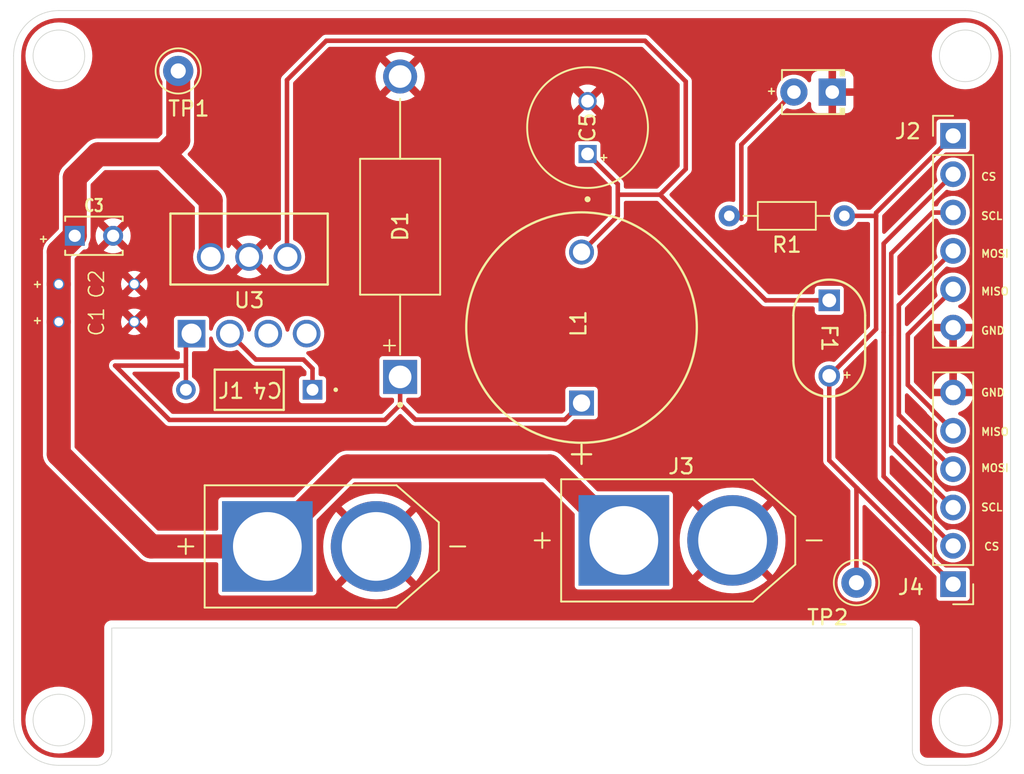
<source format=kicad_pcb>
(kicad_pcb (version 20240108) (generator "pcbnew") (generator_version "8.0")
  (layers (0 "F.Cu" signal) (31 "B.Cu" signal) (34 "B.Paste" user) (35 "F.Paste" user) (36 "B.SilkS" user "B.Silkscreen") (37 "F.SilkS" user "F.Silkscreen") (38 "B.Mask" user) (39 "F.Mask" user) (44 "Edge.Cuts" user))
  (net 0 "")
  (net 1 "GND_POWER")
  (net 2 "Net-(U3-BOOST)")
  (net 3 "Net-(U3-FB)")
  (net 6 "Net-(J1-POS)")
  (net 7 "/CS")
  (net 8 "Net-(U3-SW)")
  (net 9 "/SCL")
  (net 10 "/MISO")
  (net 11 "/MOSI")
  (net 12 "/VCC")
  (net 13 "Net-(D2-A)")
  (footprint "TestPoint:TestPoint_Loop_D2.50mm_Drill1.0mm_LowProfile" (layer "F.Cu") (at 161.9 101)
    (property "Reference" "TP1" (at 0.7 2.5 0) (layer "F.SilkS"))
    (property "Value" "TestPoint")
    (fp_circle (center 0 0) (end 1.5 0) (stroke (width 0.12)) (fill none) (layer "F.SilkS"))
    (pad "1" thru_hole circle (at 0 0) (size 2 2) (drill 1) (layers "*.Cu" "*.Mask") (net 6 "Net-(J1-POS)"))
  )
  (footprint "33µH Inductor Inductor:IND_SBC8-330-452_KEM" (layer "F.Cu") (at 188.6 123 90)
    (property "Reference" "L1" (at 5.265 -0.2 90) (layer "F.SilkS"))
    (property "Value" "33µH")
    (fp_line (start -3.3947 -0.635) (end -3.3947 0.635) (stroke (width 0.1524)) (layer "F.SilkS"))
    (fp_line (start -4.0297 0) (end -2.7597 0) (stroke (width 0.1524)) (layer "F.SilkS"))
    (fp_circle (center 5 0) (end 12.6327 0) (stroke (width 0.1524)) (fill none) (layer "F.SilkS"))
    (pad "1" thru_hole rect (at 0 0 90) (size 1.651 1.651) (drill 1.143) (layers "*.Cu" "*.Mask") (net 8 "Net-(U3-SW)"))
    (pad "2" thru_hole circle (at 10 0 90) (size 1.651 1.651) (drill 1.143) (layers "*.Cu" "*.Mask") (net 3 "Net-(U3-FB)"))
  )
  (footprint "Polyfuse 3A:FUSE_CMF-RL50A-0_BRN" (layer "F.Cu") (at 205 118.6981 -90)
    (property "Reference" "F1" (at 0 0 -90) (layer "F.SilkS"))
    (property "Value" "Fuse (3A)")
    (fp_line (start -1.4986 2.3749) (end 1.4986 2.3749) (stroke (width 0.1524)) (layer "F.SilkS"))
    (fp_line (start -1.4986 -2.3749) (end 1.4986 -2.3749) (stroke (width 0.1524)) (layer "F.SilkS"))
    (fp_arc (start -1.4986 2.3749) (mid -3.8735 0) (end -1.4986 -2.3749) (stroke (width 0.1524)) (layer "F.SilkS"))
    (fp_arc (start 3.8735 0) (mid 3.177908 1.679308) (end 1.4986 2.3749) (stroke (width 0.1524)) (layer "F.SilkS"))
    (fp_arc (start 1.4986 -2.3749) (mid 3.177908 -1.679308) (end 3.8735 0) (stroke (width 0.1524)) (layer "F.SilkS"))
    (pad "1" thru_hole rect (at -2.5019 0 270) (size 1.4224 1.4224) (drill 0.9144) (layers "*.Cu" "*.Mask") (net 3 "Net-(U3-FB)"))
    (pad "2" thru_hole circle (at 2.5019 0 270) (size 1.4224 1.4224) (drill 0.9144) (layers "*.Cu" "*.Mask") (net 12 "/VCC"))
  )
  (footprint "Connector_PinHeader_2.54mm:PinHeader_1x06_P2.54mm_Vertical" (layer "F.Cu") (at 213.2 105.3)
    (property "Reference" "J2" (at -3 -0.3 0) (layer "F.SilkS"))
    (property "Value" "~" (hide yes))
    (property "VALUE" "61300611121" (hide yes))
    (fp_line (start -1.33 -1.33) (end 0 -1.33) (stroke (width 0.12)) (layer "F.SilkS"))
    (fp_line (start -1.33 0) (end -1.33 -1.33) (stroke (width 0.12)) (layer "F.SilkS"))
    (fp_line (start -1.33 1.27) (end -1.33 14.03) (stroke (width 0.12)) (layer "F.SilkS"))
    (fp_line (start -1.33 1.27) (end 1.33 1.27) (stroke (width 0.12)) (layer "F.SilkS"))
    (fp_line (start -1.33 14.03) (end 1.33 14.03) (stroke (width 0.12)) (layer "F.SilkS"))
    (fp_line (start 1.33 1.27) (end 1.33 14.03) (stroke (width 0.12)) (layer "F.SilkS"))
    (pad "1" thru_hole rect (at 0 0) (size 1.7 1.7) (drill 1) (layers "*.Cu" "*.Mask") (net 12 "/VCC"))
    (pad "2" thru_hole oval (at 0 2.54) (size 1.7 1.7) (drill 1) (layers "*.Cu" "*.Mask") (net 7 "/CS"))
    (pad "3" thru_hole oval (at 0 5.08) (size 1.7 1.7) (drill 1) (layers "*.Cu" "*.Mask") (net 9 "/SCL"))
    (pad "4" thru_hole oval (at 0 7.62) (size 1.7 1.7) (drill 1) (layers "*.Cu" "*.Mask") (net 11 "/MOSI"))
    (pad "5" thru_hole oval (at 0 10.16) (size 1.7 1.7) (drill 1) (layers "*.Cu" "*.Mask") (net 10 "/MISO"))
    (pad "6" thru_hole oval (at 0 12.7) (size 1.7 1.7) (drill 1) (layers "*.Cu" "*.Mask") (net 1 "GND_POWER"))
  )
  (footprint "Connector_PinHeader_2.54mm:PinHeader_1x06_P2.54mm_Vertical" (layer "F.Cu") (at 213.2 135 180)
    (property "Reference" "J4" (at 2.8 -0.2 0) (layer "F.SilkS"))
    (property "Value" "~" (hide yes))
    (property "VALUE" "61300611121" (hide yes))
    (fp_line (start 1.33 1.27) (end 1.33 14.03) (stroke (width 0.12)) (layer "F.SilkS"))
    (fp_line (start -1.33 14.03) (end 1.33 14.03) (stroke (width 0.12)) (layer "F.SilkS"))
    (fp_line (start -1.33 1.27) (end 1.33 1.27) (stroke (width 0.12)) (layer "F.SilkS"))
    (fp_line (start -1.33 1.27) (end -1.33 14.03) (stroke (width 0.12)) (layer "F.SilkS"))
    (fp_line (start -1.33 0) (end -1.33 -1.33) (stroke (width 0.12)) (layer "F.SilkS"))
    (fp_line (start -1.33 -1.33) (end 0 -1.33) (stroke (width 0.12)) (layer "F.SilkS"))
    (pad "1" thru_hole rect (at 0 0 180) (size 1.7 1.7) (drill 1) (layers "*.Cu" "*.Mask") (net 12 "/VCC"))
    (pad "2" thru_hole oval (at 0 2.54 180) (size 1.7 1.7) (drill 1) (layers "*.Cu" "*.Mask") (net 7 "/CS"))
    (pad "3" thru_hole oval (at 0 5.08 180) (size 1.7 1.7) (drill 1) (layers "*.Cu" "*.Mask") (net 9 "/SCL"))
    (pad "4" thru_hole oval (at 0 7.62 180) (size 1.7 1.7) (drill 1) (layers "*.Cu" "*.Mask") (net 11 "/MOSI"))
    (pad "5" thru_hole oval (at 0 10.16 180) (size 1.7 1.7) (drill 1) (layers "*.Cu" "*.Mask") (net 10 "/MISO"))
    (pad "6" thru_hole oval (at 0 12.7 180) (size 1.7 1.7) (drill 1) (layers "*.Cu" "*.Mask") (net 1 "GND_POWER"))
  )
  (footprint "XT60-M:AMASS_XT60-M" (layer "F.Cu") (at 171.4 132.5)
    (property "Reference" "J1" (at -6 -10.3 0) (layer "F.SilkS"))
    (property "Value" "XT60-M")
    (fp_line (start -9.5 0) (end -8.5 0) (stroke (width 0.127)) (layer "F.SilkS"))
    (fp_line (start -9 -0.5) (end -9 0.5) (stroke (width 0.127)) (layer "F.SilkS"))
    (fp_line (start -7.75 -4.05) (end 4.95 -4.05) (stroke (width 0.127)) (layer "F.SilkS"))
    (fp_line (start -7.75 4.05) (end -7.75 -4.05) (stroke (width 0.127)) (layer "F.SilkS"))
    (fp_line (start 4.95 -4.05) (end 7.75 -1.6) (stroke (width 0.127)) (layer "F.SilkS"))
    (fp_line (start 4.95 4.05) (end -7.75 4.05) (stroke (width 0.127)) (layer "F.SilkS"))
    (fp_line (start 7.75 -1.6) (end 7.75 1.6) (stroke (width 0.127)) (layer "F.SilkS"))
    (fp_line (start 7.75 1.6) (end 4.95 4.05) (stroke (width 0.127)) (layer "F.SilkS"))
    (fp_line (start 8.5 0) (end 9.5 0) (stroke (width 0.127)) (layer "F.SilkS"))
    (pad "N" thru_hole circle (at 3.6 0) (size 6 6) (drill 4.55) (layers "*.Cu" "*.Mask") (net 1 "GND_POWER"))
    (pad "P" thru_hole rect (at -3.6 0) (size 6 6) (drill 4.55) (layers "*.Cu" "*.Mask") (net 6 "Net-(J1-POS)"))
  )
  (footprint "XT60-M:AMASS_XT60-M" (layer "F.Cu") (at 195 132.1)
    (property "Reference" "J3" (at 0.2 -4.9 0) (layer "F.SilkS"))
    (property "Value" "XT60-M")
    (fp_line (start -9.5 0) (end -8.5 0) (stroke (width 0.127)) (layer "F.SilkS"))
    (fp_line (start -9 -0.5) (end -9 0.5) (stroke (width 0.127)) (layer "F.SilkS"))
    (fp_line (start -7.75 -4.05) (end 4.95 -4.05) (stroke (width 0.127)) (layer "F.SilkS"))
    (fp_line (start -7.75 4.05) (end -7.75 -4.05) (stroke (width 0.127)) (layer "F.SilkS"))
    (fp_line (start 4.95 -4.05) (end 7.75 -1.6) (stroke (width 0.127)) (layer "F.SilkS"))
    (fp_line (start 4.95 4.05) (end -7.75 4.05) (stroke (width 0.127)) (layer "F.SilkS"))
    (fp_line (start 7.75 -1.6) (end 7.75 1.6) (stroke (width 0.127)) (layer "F.SilkS"))
    (fp_line (start 7.75 1.6) (end 4.95 4.05) (stroke (width 0.127)) (layer "F.SilkS"))
    (fp_line (start 8.5 0) (end 9.5 0) (stroke (width 0.127)) (layer "F.SilkS"))
    (pad "N" thru_hole circle (at 3.6 0) (size 6 6) (drill 4.55) (layers "*.Cu" "*.Mask") (net 1 "GND_POWER"))
    (pad "P" thru_hole rect (at -3.6 0) (size 6 6) (drill 4.55) (layers "*.Cu" "*.Mask") (net 6 "Net-(J1-POS)"))
  )
  (footprint "Resistor_THT:R_Axial_DIN0204_L3.6mm_D1.6mm_P7.62mm_Horizontal" (layer "F.Cu") (at 206 110.6 180)
    (property "Reference" "R1" (at 3.81 -1.92 0) (layer "F.SilkS"))
    (property "Value" "R")
    (fp_line (start 6.68 0) (end 5.73 0) (stroke (width 0.12)) (layer "F.SilkS"))
    (fp_line (start 5.73 0.92) (end 5.73 -0.92) (stroke (width 0.12)) (layer "F.SilkS"))
    (fp_line (start 5.73 -0.92) (end 1.89 -0.92) (stroke (width 0.12)) (layer "F.SilkS"))
    (fp_line (start 1.89 0.92) (end 5.73 0.92) (stroke (width 0.12)) (layer "F.SilkS"))
    (fp_line (start 1.89 -0.92) (end 1.89 0.92) (stroke (width 0.12)) (layer "F.SilkS"))
    (fp_line (start 0.94 0) (end 1.89 0) (stroke (width 0.12)) (layer "F.SilkS"))
    (pad "1" thru_hole circle (at 0 0 180) (size 1.4 1.4) (drill 0.7) (layers "*.Cu" "*.Mask") (net 12 "/VCC"))
    (pad "2" thru_hole oval (at 7.62 0 180) (size 1.4 1.4) (drill 0.7) (layers "*.Cu" "*.Mask") (net 13 "Net-(D2-A)"))
  )
  (footprint "TestPoint:TestPoint_Loop_D2.50mm_Drill1.0mm_LowProfile" (layer "F.Cu") (at 206.8 134.9)
    (property "Reference" "TP2" (at -1.9 2.3 0) (layer "F.SilkS"))
    (property "Value" "TestPoint")
    (fp_circle (center 0 0) (end 1.5 0) (stroke (width 0.12)) (fill none) (layer "F.SilkS"))
    (pad "1" thru_hole circle (at 0 0) (size 2 2) (drill 1) (layers "*.Cu" "*.Mask") (net 12 "/VCC"))
  )
  (footprint "power_distribution_board:PCB capacitor 15uF" (layer "F.Cu") (at 156.49 115.12 -90)
    (property "Reference" "C2" (at 0 0 90) (layer "F.SilkS") (effects (font (thickness 0.1))))
    (property "Value" "15µF")
    (pad "1" thru_hole circle (at 0 2.5 270) (size 0.75 0.75) (drill 0.57) (layers "*.Cu" "*.Mask") (net 6 "Net-(J1-POS)"))
    (pad "2" thru_hole circle (at 0 -2.5 270) (size 0.75 0.75) (drill 0.57) (layers "*.Cu" "*.Mask") (net 1 "GND_POWER"))
  )
  (footprint "180uF Capacitor:CAPPRD350W60D800H1200" (layer "F.Cu") (at 189 104.75 90)
    (property "Reference" "C5" (at 0 0 90) (layer "F.SilkS"))
    (property "Value" "180µF/16V")
    (fp_circle (center 0 0) (end 4 0) (stroke (width 0.127)) (fill none) (layer "F.SilkS"))
    (fp_circle (center -4.75 0) (end -4.65 0) (stroke (width 0.2)) (fill none) (layer "F.SilkS"))
    (pad "1" thru_hole rect (at -1.75 0 90) (size 1.2 1.2) (drill 0.85) (layers "*.Cu" "*.Mask") (net 3 "Net-(U3-FB)"))
    (pad "2" thru_hole circle (at 1.75 0 90) (size 1.2 1.2) (drill 0.85) (layers "*.Cu" "*.Mask") (net 1 "GND_POWER"))
  )
  (footprint "power_distribution_board:PCB capacitor 15uF" (layer "F.Cu") (at 156.49 117.62 -90)
    (property "Reference" "C1" (at 0 0 90) (layer "F.SilkS") (effects (font (thickness 0.1))))
    (property "Value" "15µF")
    (pad "1" thru_hole circle (at 0 2.5 270) (size 0.75 0.75) (drill 0.57) (layers "*.Cu" "*.Mask") (net 6 "Net-(J1-POS)"))
    (pad "2" thru_hole circle (at 0 -2.5 270) (size 0.75 0.75) (drill 0.57) (layers "*.Cu" "*.Mask") (net 1 "GND_POWER"))
  )
  (footprint "SR305 - Diode:DIOAD1990W125L900D530" (layer "F.Cu") (at 176.59 111.32 90)
    (property "Reference" "D1" (at 0.02 0.01 90) (layer "F.SilkS"))
    (property "Value" "SR305")
    (fp_line (start 4.5 -2.65) (end -4.5 -2.65) (stroke (width 0.127)) (layer "F.SilkS"))
    (fp_line (start -4.5 -2.65) (end -4.5 0) (stroke (width 0.127)) (layer "F.SilkS"))
    (fp_line (start 4.5 0) (end 4.5 -2.65) (stroke (width 0.127)) (layer "F.SilkS"))
    (fp_line (start 4.5 0) (end 8.47 0) (stroke (width 0.127)) (layer "F.SilkS"))
    (fp_line (start -4.5 0) (end -8.47 0) (stroke (width 0.127)) (layer "F.SilkS"))
    (fp_line (start -4.5 0) (end -4.5 2.65) (stroke (width 0.127)) (layer "F.SilkS"))
    (fp_line (start 4.5 2.65) (end 4.5 0) (stroke (width 0.127)) (layer "F.SilkS"))
    (fp_line (start -4.5 2.65) (end 4.5 2.65) (stroke (width 0.127)) (layer "F.SilkS"))
    (fp_circle (center -11.8 0) (end -11.7 0) (stroke (width 0.2)) (fill none) (layer "F.SilkS"))
    (pad "A" thru_hole circle (at 9.95 0 90) (size 2.25 2.25) (drill 1.5) (layers "*.Cu" "*.Mask") (net 1 "GND_POWER"))
    (pad "C" thru_hole rect (at -9.95 0 90) (size 2.25 2.25) (drill 1.5) (layers "*.Cu" "*.Mask") (net 8 "Net-(U3-SW)"))
  )
  (footprint "LED_THT:LED_D2.0mm_W4.0mm_H2.8mm_FlatTop" (layer "F.Cu") (at 205.2 102.4 180)
    (property "Reference" "D2" (hide yes))
    (property "Value" "LED")
    (fp_line (start 3.33 0.825) (end 3.33 1.46) (stroke (width 0.12)) (layer "F.SilkS"))
    (fp_line (start 3.33 -1.46) (end 3.33 -0.825) (stroke (width 0.12)) (layer "F.SilkS"))
    (fp_line (start -0.55 1.08) (end -0.55 1.46) (stroke (width 0.12)) (layer "F.SilkS"))
    (fp_line (start -0.55 -1.46) (end -0.55 -1.08) (stroke (width 0.12)) (layer "F.SilkS"))
    (fp_line (start -0.67 1.08) (end -0.67 1.46) (stroke (width 0.12)) (layer "F.SilkS"))
    (fp_line (start -0.67 -1.46) (end -0.67 -1.08) (stroke (width 0.12)) (layer "F.SilkS"))
    (fp_line (start -0.79 1.46) (end 3.33 1.46) (stroke (width 0.12)) (layer "F.SilkS"))
    (fp_line (start -0.79 1.08) (end -0.79 1.46) (stroke (width 0.12)) (layer "F.SilkS"))
    (fp_line (start -0.79 -1.46) (end 3.33 -1.46) (stroke (width 0.12)) (layer "F.SilkS"))
    (fp_line (start -0.79 -1.46) (end -0.79 -1.08) (stroke (width 0.12)) (layer "F.SilkS"))
    (pad "1" thru_hole rect (at 0 0 180) (size 1.8 1.8) (drill 0.9) (layers "*.Cu" "*.Mask") (net 1 "GND_POWER"))
    (pad "2" thru_hole circle (at 2.54 0 180) (size 1.8 1.8) (drill 0.9) (layers "*.Cu" "*.Mask") (net 13 "Net-(D2-A)"))
  )
  (footprint "0.01uF capacitor:CAP_C410C_AX_Z5U_U5TA_KEM" (layer "F.Cu") (at 170.79 122.12 180)
    (property "Reference" "C4" (at 2.99 0 180) (layer "F.SilkS"))
    (property "Value" "0.01µF" (hide yes))
    (fp_line (start 6.477 1.3335) (end 6.477 -1.3335) (stroke (width 0.1524)) (layer "F.SilkS"))
    (fp_line (start 6.477 -1.3335) (end 1.905 -1.3335) (stroke (width 0.1524)) (layer "F.SilkS"))
    (fp_line (start 1.905 1.3335) (end 6.477 1.3335) (stroke (width 0.1524)) (layer "F.SilkS"))
    (fp_line (start 1.905 -1.3335) (end 1.905 1.3335) (stroke (width 0.1524)) (layer "F.SilkS"))
    (fp_circle (center -1.5367 0) (end -1.4605 0) (stroke (width 0.1524)) (fill none) (layer "F.SilkS"))
    (pad "1" thru_hole rect (at 0 0 180) (size 1.2954 1.2954) (drill 0.7874) (layers "*.Cu" "*.Mask") (net 2 "Net-(U3-BOOST)"))
    (pad "2" thru_hole circle (at 8.382 0 180) (size 1.2954 1.2954) (drill 0.7874) (layers "*.Cu" "*.Mask") (net 8 "Net-(U3-SW)"))
  )
  (footprint "Capacitor 0.47uF:CAPRR254W54L381T254H466" (layer "F.Cu") (at 156.32 111.92)
    (property "Reference" "C3" (at 0 -2 0) (layer "F.SilkS") (effects (font (size 0.8 0.64))))
    (property "Value" "0.47µF")
    (fp_line (start -1.905 -1.27) (end -1.905 -0.979) (stroke (width 0.127)) (layer "F.SilkS"))
    (fp_line (start -1.905 1.27) (end -1.905 0.979) (stroke (width 0.127)) (layer "F.SilkS"))
    (fp_line (start -1.905 1.27) (end 1.905 1.27) (stroke (width 0.127)) (layer "F.SilkS"))
    (fp_line (start 1.905 -1.27) (end -1.905 -1.27) (stroke (width 0.127)) (layer "F.SilkS"))
    (fp_line (start 1.905 -0.979) (end 1.905 -1.27) (stroke (width 0.127)) (layer "F.SilkS"))
    (fp_line (start 1.905 1.27) (end 1.905 0.979) (stroke (width 0.127)) (layer "F.SilkS"))
    (pad "1" thru_hole rect (at -1.27 0) (size 1.318 1.318) (drill 0.81) (layers "*.Cu" "*.Mask") (net 6 "Net-(J1-POS)"))
    (pad "2" thru_hole circle (at 1.27 0) (size 1.318 1.318) (drill 0.81) (layers "*.Cu" "*.Mask") (net 1 "GND_POWER"))
  )
  (footprint "LM2676T_5_0_NOPB:TA07B" (layer "F.Cu") (at 170.4 107.1986)
    (property "Reference" "U3" (at -3.8 9.0014 0) (layer "F.SilkS"))
    (property "Value" "LM2676T-5.0")
    (fp_line (start -9.017 3.2512) (end -9.017 7.9502) (stroke (width 0.1524)) (layer "F.SilkS"))
    (fp_line (start -9.017 7.9502) (end 1.397 7.9502) (stroke (width 0.1524)) (layer "F.SilkS"))
    (fp_line (start 1.397 3.2512) (end -9.017 3.2512) (stroke (width 0.1524)) (layer "F.SilkS"))
    (fp_line (start 1.397 7.9502) (end 1.397 3.2512) (stroke (width 0.1524)) (layer "F.SilkS"))
    (pad "1" thru_hole rect (at -7.62 11.2014) (size 1.8288 1.8288) (drill 1.3208) (layers "*.Cu" "*.Mask") (net 8 "Net-(U3-SW)"))
    (pad "2" thru_hole circle (at -6.35 6.1214) (size 1.8288 1.8288) (drill 1.3208) (layers "*.Cu" "*.Mask") (net 6 "Net-(J1-POS)"))
    (pad "3" thru_hole circle (at -5.08 11.2014) (size 1.8288 1.8288) (drill 1.3208) (layers "*.Cu" "*.Mask") (net 2 "Net-(U3-BOOST)"))
    (pad "4" thru_hole circle (at -3.81 6.1214) (size 1.8288 1.8288) (drill 1.3208) (layers "*.Cu" "*.Mask") (net 1 "GND_POWER"))
    (pad "5" thru_hole circle (at -2.54 11.2014) (size 1.8288 1.8288) (drill 1.3208) (layers "*.Cu" "*.Mask"))
    (pad "6" thru_hole circle (at -1.27 6.1214) (size 1.8288 1.8288) (drill 1.3208) (layers "*.Cu" "*.Mask") (net 3 "Net-(U3-FB)"))
    (pad "7" thru_hole circle (at 0 11.2014) (size 1.8288 1.8288) (drill 1.3208) (layers "*.Cu" "*.Mask"))
  )
  (gr_circle (center 154 144) (end 155.71 144) (stroke (width 0.05)) (fill none) (layer "Edge.Cuts"))
  (gr_circle (center 214 100) (end 215.71 100) (stroke (width 0.05)) (fill none) (layer "Edge.Cuts"))
  (gr_arc (start 214 97) (mid 216.12132 97.87868) (end 217 100) (stroke (width 0.05)) (layer "Edge.Cuts"))
  (gr_line (start 151 100) (end 151 144) (stroke (width 0.05)) (layer "Edge.Cuts"))
  (gr_arc (start 157.5 146) (mid 157.207107 146.707107) (end 156.5 147) (stroke (width 0.05)) (layer "Edge.Cuts"))
  (gr_arc (start 211.5 147) (mid 210.792893 146.707107) (end 210.5 146) (stroke (width 0.05)) (layer "Edge.Cuts"))
  (gr_line (start 157.5 137.9) (end 210.5 137.9) (stroke (width 0.05)) (layer "Edge.Cuts"))
  (gr_line (start 214 97) (end 154 97) (stroke (width 0.05)) (layer "Edge.Cuts"))
  (gr_line (start 214 147) (end 211.5 147) (stroke (width 0.05)) (layer "Edge.Cuts"))
  (gr_circle (center 214 144) (end 215.71 144) (stroke (width 0.05)) (fill none) (layer "Edge.Cuts"))
  (gr_line (start 154 147) (end 156.5 147) (stroke (width 0.05)) (layer "Edge.Cuts"))
  (gr_line (start 157.5 137.9) (end 157.5 146) (stroke (width 0.05)) (layer "Edge.Cuts"))
  (gr_line (start 210.5 146) (end 210.5 137.9) (stroke (width 0.05)) (layer "Edge.Cuts"))
  (gr_arc (start 217 144) (mid 216.12132 146.12132) (end 214 147) (stroke (width 0.05)) (layer "Edge.Cuts"))
  (gr_line (start 217 144) (end 217 100) (stroke (width 0.05)) (layer "Edge.Cuts"))
  (gr_arc (start 154 147) (mid 151.87868 146.12132) (end 151 144) (stroke (width 0.05)) (layer "Edge.Cuts"))
  (gr_arc (start 151 100) (mid 151.87868 97.87868) (end 154 97) (stroke (width 0.05)) (layer "Edge.Cuts"))
  (gr_circle (center 154 100) (end 155.71 100) (stroke (width 0.05)) (fill none) (layer "Edge.Cuts"))
  (gr_text "SCL" (at 215 130.2 0) (layer "F.SilkS") (effects (font (size 0.5 0.5) (thickness 0.1)) (justify left bottom)))
  (gr_text "MISO" (at 215 115.9 0) (layer "F.SilkS") (effects (font (size 0.5 0.5) (thickness 0.1)) (justify left bottom)))
  (gr_text "GND" (at 215 122.6 0) (layer "F.SilkS") (effects (font (size 0.5 0.5) (thickness 0.1)) (justify left bottom)))
  (gr_text "MISO" (at 215 125.2 0) (layer "F.SilkS") (effects (font (size 0.5 0.5) (thickness 0.1)) (justify left bottom)))
  (gr_text "MOSI" (at 215 113.4 0) (layer "F.SilkS") (effects (font (size 0.5 0.5) (thickness 0.1)) (justify left bottom)))
  (gr_text "+" (at 152.2 117.8 0) (layer "F.SilkS") (effects (font (size 0.5 0.5) (thickness 0.1)) (justify left bottom)))
  (gr_text "+" (at 200.8 102.6 0) (layer "F.SilkS") (effects (font (size 0.5 0.5) (thickness 0.1)) (justify left bottom)))
  (gr_text "+" (at 205.8 121.4 0) (layer "F.SilkS") (effects (font (size 0.5 0.5) (thickness 0.1)) (justify left bottom)))
  (gr_text "+" (at 175.2 119.7 0) (layer "F.SilkS") (effects (font (size 1 1) (thickness 0.1)) (justify left bottom)))
  (gr_text "MOSI" (at 215 127.6 0) (layer "F.SilkS") (effects (font (size 0.5 0.5) (thickness 0.1)) (justify left bottom)))
  (gr_text "+" (at 189.7 107 0) (layer "F.SilkS") (effects (font (size 0.5 0.5) (thickness 0.1)) (justify left bottom)))
  (gr_text "CS" (at 215 108.3 0) (layer "F.SilkS") (effects (font (size 0.5 0.5) (thickness 0.1)) (justify left bottom)))
  (gr_text "+" (at 152.6 112.4 0) (layer "F.SilkS") (effects (font (size 0.5 0.5) (thickness 0.1)) (justify left bottom)))
  (gr_text "GND" (at 215 118.5 0) (layer "F.SilkS") (effects (font (size 0.5 0.5) (thickness 0.1)) (justify left bottom)))
  (gr_text "CS" (at 215.2 132.8 0) (layer "F.SilkS") (effects (font (size 0.5 0.5) (thickness 0.1)) (justify left bottom)))
  (gr_text "+" (at 152.2 115.4 0) (layer "F.SilkS") (effects (font (size 0.5 0.5) (thickness 0.1)) (justify left bottom)))
  (gr_text "SCL" (at 215 110.9 0) (layer "F.SilkS") (effects (font (size 0.5 0.5) (thickness 0.1)) (justify left bottom)))
  (segment (start 170.19 120.12) (end 167.04 120.12) (width 0.30226) (layer "F.Cu") (net 2))
  (segment (start 170.79 122.12) (end 170.79 120.72) (width 0.30226) (layer "F.Cu") (net 2))
  (segment (start 167.04 120.12) (end 165.32 118.4) (width 0.30226) (layer "F.Cu") (net 2))
  (segment (start 170.79 120.72) (end 170.19 120.12) (width 0.30226) (layer "F.Cu") (net 2))
  (segment (start 169.1 101.6) (end 171.7 99) (width 0.30226) (layer "F.Cu") (net 3))
  (segment (start 205 116.1962) (end 200.7962 116.1962) (width 0.30226) (layer "F.Cu") (net 3))
  (segment (start 195.5 107.5) (end 193.8 109.2) (width 0.30226) (layer "F.Cu") (net 3))
  (segment (start 191 109.2) (end 191 108.5) (width 0.30226) (layer "F.Cu") (net 3))
  (segment (start 192.8 99) (end 195.5 101.7) (width 0.30226) (layer "F.Cu") (net 3))
  (segment (start 169.1 113.29) (end 169.1 101.6) (width 0.30226) (layer "F.Cu") (net 3))
  (segment (start 188.6 113) (end 188.6 112.8) (width 0.30226) (layer "F.Cu") (net 3))
  (segment (start 193.8 109.2) (end 191 109.2) (width 0.30226) (layer "F.Cu") (net 3))
  (segment (start 171.7 99) (end 192.8 99) (width 0.30226) (layer "F.Cu") (net 3))
  (segment (start 188.6 113) (end 191 110.6) (width 0.30226) (layer "F.Cu") (net 3))
  (segment (start 191 108.5) (end 189 106.5) (width 0.30226) (layer "F.Cu") (net 3))
  (segment (start 191 110.6) (end 191 109.2) (width 0.30226) (layer "F.Cu") (net 3))
  (segment (start 200.7962 116.1962) (end 193.8 109.2) (width 0.30226) (layer "F.Cu") (net 3))
  (segment (start 169.13 113.32) (end 169.1 113.29) (width 0.30226) (layer "F.Cu") (net 3))
  (segment (start 195.5 101.7) (end 195.5 107.5) (width 0.30226) (layer "F.Cu") (net 3))
  (segment (start 153.99 115.12) (end 153.99 112.98) (width 1.59258) (layer "F.Cu") (net 6))
  (segment (start 161.9 101) (end 161.9 105.61) (width 1.59258) (layer "F.Cu") (net 6))
  (segment (start 173.1 127.2) (end 186.5 127.2) (width 1.59258) (layer "F.Cu") (net 6))
  (segment (start 167.8 132.5) (end 160.1 132.5) (width 1.59258) (layer "F.Cu") (net 6))
  (segment (start 153.99 112.98) (end 155.05 111.92) (width 1.59258) (layer "F.Cu") (net 6))
  (segment (start 164.05 109.58) (end 160.99 106.52) (width 1.59258) (layer "F.Cu") (net 6))
  (segment (start 160.99 106.52) (end 156.59 106.52) (width 1.59258) (layer "F.Cu") (net 6))
  (segment (start 186.5 127.2) (end 191.4 132.1) (width 1.59258) (layer "F.Cu") (net 6))
  (segment (start 164.05 113.32) (end 164.05 109.58) (width 1.59258) (layer "F.Cu") (net 6))
  (segment (start 156.59 106.52) (end 155.05 108.06) (width 1.59258) (layer "F.Cu") (net 6))
  (segment (start 153.99 126.39) (end 153.99 117.62) (width 1.59258) (layer "F.Cu") (net 6))
  (segment (start 155.05 108.06) (end 155.05 111.92) (width 1.59258) (layer "F.Cu") (net 6))
  (segment (start 160.1 132.5) (end 153.99 126.39) (width 1.59258) (layer "F.Cu") (net 6))
  (segment (start 167.8 132.5) (end 173.1 127.2) (width 1.59258) (layer "F.Cu") (net 6))
  (segment (start 161.9 105.61) (end 160.99 106.52) (width 1.59258) (layer "F.Cu") (net 6))
  (segment (start 153.99 117.62) (end 153.99 115.12) (width 1.59258) (layer "F.Cu") (net 6))
  (segment (start 208.6 127.86) (end 213.2 132.46) (width 0.30226) (layer "F.Cu") (net 7))
  (segment (start 208.60226 118.308043) (end 208.6 118.310303) (width 0.30226) (layer "F.Cu") (net 7))
  (segment (start 208.60226 112.43774) (end 208.60226 118.308043) (width 0.30226) (layer "F.Cu") (net 7))
  (segment (start 213.2 107.84) (end 208.60226 112.43774) (width 0.30226) (layer "F.Cu") (net 7))
  (segment (start 208.6 118.310303) (end 208.6 127.86) (width 0.30226) (layer "F.Cu") (net 7))
  (segment (start 161.32 124.12) (end 175.58 124.12) (width 0.30226) (layer "F.Cu") (net 8))
  (segment (start 177.6 124.1) (end 176.61 123.11) (width 0.30226) (layer "F.Cu") (net 8))
  (segment (start 175.58 124.12) (end 176.59 123.11) (width 0.30226) (layer "F.Cu") (net 8))
  (segment (start 188.6 123) (end 187.5 124.1) (width 0.30226) (layer "F.Cu") (net 8))
  (segment (start 176.61 123.11) (end 176.59 123.11) (width 0.30226) (layer "F.Cu") (net 8))
  (segment (start 162.408 120.52) (end 157.72 120.52) (width 0.30226) (layer "F.Cu") (net 8))
  (segment (start 162.408 118.772) (end 162.78 118.4) (width 0.30226) (layer "F.Cu") (net 8))
  (segment (start 176.59 123.11) (end 176.59 121.27) (width 0.30226) (layer "F.Cu") (net 8))
  (segment (start 187.5 124.1) (end 177.6 124.1) (width 0.30226) (layer "F.Cu") (net 8))
  (segment (start 157.72 120.52) (end 161.32 124.12) (width 0.30226) (layer "F.Cu") (net 8))
  (segment (start 162.408 122.12) (end 162.408 118.772) (width 0.30226) (layer "F.Cu") (net 8))
  (segment (start 209.10226 125.82226) (end 213.2 129.92) (width 0.30226) (layer "F.Cu") (net 9))
  (segment (start 211.82 110.38) (end 209.10452 113.09548) (width 0.30226) (layer "F.Cu") (net 9))
  (segment (start 213.2 110.38) (end 211.82 110.38) (width 0.30226) (layer "F.Cu") (net 9))
  (segment (start 209.10452 113.09548) (end 209.10452 118.516086) (width 0.30226) (layer "F.Cu") (net 9))
  (segment (start 209.10452 118.516086) (end 209.10226 118.518346) (width 0.30226) (layer "F.Cu") (net 9))
  (segment (start 209.10226 118.518346) (end 209.10226 125.82226) (width 0.30226) (layer "F.Cu") (net 9))
  (segment (start 210.2 118.46) (end 210.2 121.8) (width 0.30226) (layer "F.Cu") (net 10))
  (segment (start 211.8 123.44) (end 213.2 124.84) (width 0.30226) (layer "F.Cu") (net 10))
  (segment (start 211.8 123.4) (end 211.8 123.44) (width 0.30226) (layer "F.Cu") (net 10))
  (segment (start 213.2 115.46) (end 210.2 118.46) (width 0.30226) (layer "F.Cu") (net 10))
  (segment (start 210.2 121.8) (end 211.8 123.4) (width 0.30226) (layer "F.Cu") (net 10))
  (segment (start 213.2 112.92) (end 209.60678 116.51322) (width 0.30226) (layer "F.Cu") (net 11))
  (segment (start 209.60678 123.78678) (end 213.2 127.38) (width 0.30226) (layer "F.Cu") (net 11))
  (segment (start 209.60678 116.51322) (end 209.60678 123.78678) (width 0.30226) (layer "F.Cu") (net 11))
  (segment (start 205 126.8) (end 206.85 128.65) (width 0.30226) (layer "F.Cu") (net 12))
  (segment (start 206.85 128.65) (end 213.2 135) (width 0.30226) (layer "F.Cu") (net 12))
  (segment (start 205 121.2) (end 208.1 118.1) (width 0.30226) (layer "F.Cu") (net 12))
  (segment (start 206.8 128.7) (end 206.85 128.65) (width 0.30226) (layer "F.Cu") (net 12))
  (segment (start 208.1 118.1) (end 208.1 110.6) (width 0.30226) (layer "F.Cu") (net 12))
  (segment (start 206.8 134.9) (end 206.8 128.7) (width 0.30226) (layer "F.Cu") (net 12))
  (segment (start 208.1 110.6) (end 208.1 110.4) (width 0.30226) (layer "F.Cu") (net 12))
  (segment (start 205 121.2) (end 205 126.8) (width 0.30226) (layer "F.Cu") (net 12))
  (segment (start 206 110.6) (end 208.1 110.6) (width 0.30226) (layer "F.Cu") (net 12))
  (segment (start 208.1 110.4) (end 213.2 105.3) (width 0.30226) (layer "F.Cu") (net 12))
  (segment (start 199.18 110.8) (end 199.18 105.88) (width 0.30226) (layer "F.Cu") (net 13))
  (segment (start 199.18 105.88) (end 202.66 102.4) (width 0.30226) (layer "F.Cu") (net 13))
  (zone (net 1) (net_name "GND_POWER") (layer "F.Cu") (connect_pads (clearance 0.25)) (min_thickness 0.25) (fill yes (thermal_gap 0.5) (thermal_bridge_width 0.5))
    (polygon (pts (xy 157.8 147.5) (xy 150.1 147.5) (xy 150.1 96.4) (xy 150.2 96.3) (xy 217.7 96.3) (xy 217.9 96.5) (xy 217.9 147.6) (xy 157.9 147.5)))
  )
)
</source>
